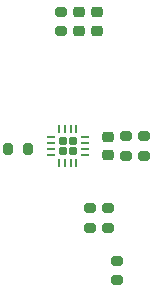
<source format=gbr>
%TF.GenerationSoftware,KiCad,Pcbnew,8.0.4-8.0.4-0~ubuntu22.04.1*%
%TF.CreationDate,2024-08-30T21:18:56-07:00*%
%TF.ProjectId,mag-encoder,6d61672d-656e-4636-9f64-65722e6b6963,1*%
%TF.SameCoordinates,Original*%
%TF.FileFunction,Paste,Bot*%
%TF.FilePolarity,Positive*%
%FSLAX46Y46*%
G04 Gerber Fmt 4.6, Leading zero omitted, Abs format (unit mm)*
G04 Created by KiCad (PCBNEW 8.0.4-8.0.4-0~ubuntu22.04.1) date 2024-08-30 21:18:56*
%MOMM*%
%LPD*%
G01*
G04 APERTURE LIST*
G04 Aperture macros list*
%AMRoundRect*
0 Rectangle with rounded corners*
0 $1 Rounding radius*
0 $2 $3 $4 $5 $6 $7 $8 $9 X,Y pos of 4 corners*
0 Add a 4 corners polygon primitive as box body*
4,1,4,$2,$3,$4,$5,$6,$7,$8,$9,$2,$3,0*
0 Add four circle primitives for the rounded corners*
1,1,$1+$1,$2,$3*
1,1,$1+$1,$4,$5*
1,1,$1+$1,$6,$7*
1,1,$1+$1,$8,$9*
0 Add four rect primitives between the rounded corners*
20,1,$1+$1,$2,$3,$4,$5,0*
20,1,$1+$1,$4,$5,$6,$7,0*
20,1,$1+$1,$6,$7,$8,$9,0*
20,1,$1+$1,$8,$9,$2,$3,0*%
G04 Aperture macros list end*
%ADD10RoundRect,0.200000X0.200000X0.275000X-0.200000X0.275000X-0.200000X-0.275000X0.200000X-0.275000X0*%
%ADD11RoundRect,0.225000X0.250000X-0.225000X0.250000X0.225000X-0.250000X0.225000X-0.250000X-0.225000X0*%
%ADD12RoundRect,0.225000X-0.250000X0.225000X-0.250000X-0.225000X0.250000X-0.225000X0.250000X0.225000X0*%
%ADD13RoundRect,0.200000X-0.275000X0.200000X-0.275000X-0.200000X0.275000X-0.200000X0.275000X0.200000X0*%
%ADD14RoundRect,0.200000X0.275000X-0.200000X0.275000X0.200000X-0.275000X0.200000X-0.275000X-0.200000X0*%
%ADD15RoundRect,0.172500X-0.172500X-0.172500X0.172500X-0.172500X0.172500X0.172500X-0.172500X0.172500X0*%
%ADD16RoundRect,0.062500X-0.287500X-0.062500X0.287500X-0.062500X0.287500X0.062500X-0.287500X0.062500X0*%
%ADD17RoundRect,0.062500X-0.062500X-0.287500X0.062500X-0.287500X0.062500X0.287500X-0.062500X0.287500X0*%
G04 APERTURE END LIST*
D10*
%TO.C,R4*%
X227189800Y-123825000D03*
X225539800Y-123825000D03*
%TD*%
D11*
%TO.C,C3*%
X233984800Y-124346000D03*
X233984800Y-122796000D03*
%TD*%
D12*
%TO.C,C2*%
X231521000Y-112255000D03*
X231521000Y-113805000D03*
%TD*%
D13*
%TO.C,R6*%
X232460800Y-128842000D03*
X232460800Y-130492000D03*
%TD*%
D14*
%TO.C,R7*%
X234696000Y-134937000D03*
X234696000Y-133287000D03*
%TD*%
D13*
%TO.C,R2*%
X237032800Y-122746000D03*
X237032800Y-124396000D03*
%TD*%
%TO.C,R3*%
X235508800Y-122746000D03*
X235508800Y-124396000D03*
%TD*%
D12*
%TO.C,C1*%
X233045000Y-112255000D03*
X233045000Y-113805000D03*
%TD*%
D15*
%TO.C,U2*%
X230130800Y-123146000D03*
X230130800Y-123996000D03*
X230980800Y-123146000D03*
X230980800Y-123996000D03*
D16*
X229105800Y-124309000D03*
X229105800Y-123809000D03*
X229105800Y-123309000D03*
X229105800Y-122809000D03*
D17*
X229805800Y-122121000D03*
X230305800Y-122121000D03*
X230805800Y-122121000D03*
X231305800Y-122121000D03*
D16*
X232005800Y-122821000D03*
X232005800Y-123321000D03*
X232005800Y-123821000D03*
X232005800Y-124321000D03*
D17*
X231305800Y-125021000D03*
X230805800Y-125021000D03*
X230305800Y-125021000D03*
X229805800Y-125021000D03*
%TD*%
D13*
%TO.C,R5*%
X233984800Y-128842000D03*
X233984800Y-130492000D03*
%TD*%
%TO.C,R1*%
X229997000Y-112205000D03*
X229997000Y-113855000D03*
%TD*%
M02*

</source>
